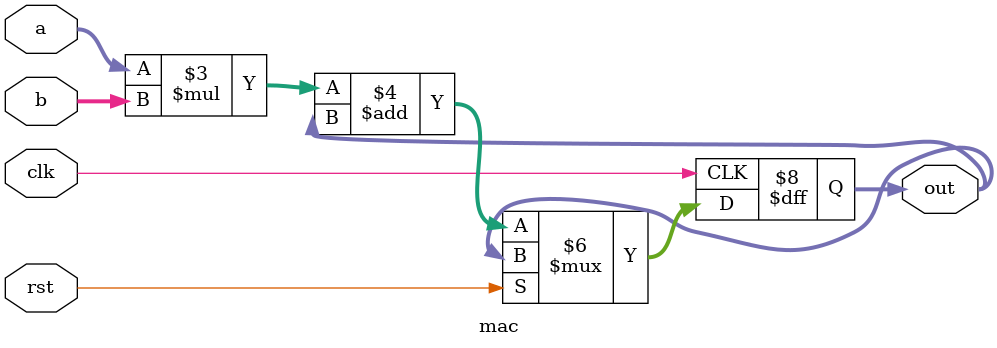
<source format=v>
`timescale 1ns / 1ps

module mac#(
    parameter DATA_WIDTH = 16,
              OUT_WIDTH = 32
)(  
        input clk,
        input rst,
        input signed [DATA_WIDTH  - 1: 0] a,
        input signed [DATA_WIDTH  - 1: 0] b,
        //input [DATA_WIDTH  - 1: 0] c,
        output reg signed [OUT_WIDTH-1: 0] out
    );
    
    initial 
    begin
    out<=0;
    end
    
    always@(posedge clk) 
    begin
       if(rst==0)
        begin
            out <= a*b + out;
        end
    end
    
endmodule


</source>
